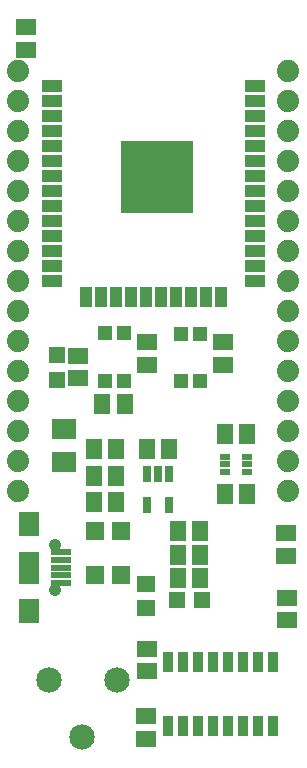
<source format=gts>
G75*
%MOIN*%
%OFA0B0*%
%FSLAX25Y25*%
%IPPOS*%
%LPD*%
%AMOC8*
5,1,8,0,0,1.08239X$1,22.5*
%
%ADD10R,0.05682X0.06706*%
%ADD11R,0.02965X0.05524*%
%ADD12R,0.05524X0.05524*%
%ADD13R,0.06706X0.05682*%
%ADD14R,0.06706X0.04343*%
%ADD15R,0.04343X0.06706*%
%ADD16R,0.24422X0.24422*%
%ADD17R,0.05918X0.05524*%
%ADD18R,0.04737X0.04737*%
%ADD19R,0.06312X0.06312*%
%ADD20C,0.07400*%
%ADD21R,0.03398X0.01981*%
%ADD22C,0.08477*%
%ADD23R,0.07887X0.07099*%
%ADD24R,0.06509X0.02375*%
%ADD25C,0.04146*%
%ADD26R,0.06693X0.07874*%
%ADD27R,0.06693X0.10630*%
%ADD28R,0.03300X0.06800*%
D10*
X0051230Y0092900D03*
X0051230Y0101400D03*
X0051230Y0110400D03*
X0058710Y0110400D03*
X0058710Y0101400D03*
X0058710Y0092900D03*
X0068955Y0110400D03*
X0076435Y0110400D03*
X0079255Y0083209D03*
X0079255Y0075192D03*
X0079255Y0067400D03*
X0086735Y0067400D03*
X0086735Y0075192D03*
X0086735Y0083209D03*
X0094855Y0095400D03*
X0102335Y0095400D03*
X0102335Y0115400D03*
X0094855Y0115400D03*
X0061585Y0125650D03*
X0054105Y0125650D03*
D11*
X0068955Y0102119D03*
X0072695Y0102119D03*
X0076435Y0102119D03*
X0076435Y0091881D03*
X0068955Y0091881D03*
D12*
X0078861Y0060275D03*
X0087129Y0060275D03*
X0038795Y0133616D03*
X0038795Y0141884D03*
D13*
X0045895Y0141540D03*
X0045895Y0134060D03*
X0069045Y0138660D03*
X0069045Y0146140D03*
X0094345Y0146140D03*
X0094345Y0138660D03*
X0115345Y0082390D03*
X0115345Y0074910D03*
X0115595Y0060890D03*
X0115595Y0053410D03*
X0068795Y0043890D03*
X0068795Y0036410D03*
X0068595Y0021390D03*
X0068595Y0013910D03*
X0028595Y0243660D03*
X0028595Y0251140D03*
D14*
X0037237Y0231585D03*
X0037237Y0226585D03*
X0037237Y0221585D03*
X0037237Y0216585D03*
X0037237Y0211585D03*
X0037237Y0206585D03*
X0037237Y0201585D03*
X0037237Y0196585D03*
X0037237Y0191585D03*
X0037237Y0186585D03*
X0037237Y0181585D03*
X0037237Y0176585D03*
X0037237Y0171585D03*
X0037237Y0166585D03*
X0104953Y0166585D03*
X0104953Y0171585D03*
X0104953Y0176585D03*
X0104953Y0181585D03*
X0104953Y0186585D03*
X0104953Y0191585D03*
X0104953Y0196585D03*
X0104953Y0201585D03*
X0104953Y0206585D03*
X0104953Y0211585D03*
X0104953Y0216585D03*
X0104953Y0221585D03*
X0104953Y0226585D03*
X0104953Y0231585D03*
D15*
X0093654Y0161113D03*
X0088654Y0161113D03*
X0083654Y0161113D03*
X0078654Y0161113D03*
X0073654Y0161113D03*
X0068654Y0161113D03*
X0063654Y0161113D03*
X0058654Y0161113D03*
X0053654Y0161113D03*
X0048654Y0161113D03*
D16*
X0072434Y0201270D03*
D17*
X0068520Y0065500D03*
X0068520Y0057500D03*
D18*
X0061195Y0133276D03*
X0054896Y0133276D03*
X0054896Y0149024D03*
X0061195Y0149024D03*
X0080196Y0148774D03*
X0086495Y0148774D03*
X0086495Y0133026D03*
X0080196Y0133026D03*
D19*
X0060445Y0083183D03*
X0060445Y0068617D03*
X0051570Y0068617D03*
X0051570Y0083183D03*
D20*
X0026095Y0096400D03*
X0026095Y0106400D03*
X0026095Y0116400D03*
X0026095Y0126400D03*
X0026095Y0136400D03*
X0026095Y0146400D03*
X0026095Y0156400D03*
X0026095Y0166400D03*
X0026095Y0176400D03*
X0026095Y0186400D03*
X0026095Y0196400D03*
X0026095Y0206400D03*
X0026095Y0216400D03*
X0026095Y0226400D03*
X0026095Y0236400D03*
X0116095Y0236400D03*
X0116095Y0226400D03*
X0116095Y0216400D03*
X0116095Y0206400D03*
X0116095Y0196400D03*
X0116095Y0186400D03*
X0116095Y0176400D03*
X0116095Y0166400D03*
X0116095Y0156400D03*
X0116095Y0146400D03*
X0116095Y0136400D03*
X0116095Y0126400D03*
X0116095Y0116400D03*
X0116095Y0106400D03*
X0116095Y0096400D03*
D21*
X0102217Y0102841D03*
X0102217Y0105400D03*
X0102217Y0107959D03*
X0094973Y0107959D03*
X0094973Y0105400D03*
X0094973Y0102841D03*
D22*
X0059032Y0033400D03*
X0047221Y0014502D03*
X0036198Y0033400D03*
D23*
X0041395Y0106288D03*
X0041395Y0117312D03*
D24*
X0040423Y0076018D03*
X0040423Y0073459D03*
X0040423Y0070900D03*
X0040423Y0068341D03*
X0040423Y0065782D03*
D25*
X0038357Y0063420D03*
X0038357Y0078380D03*
D26*
X0029695Y0056396D03*
X0029695Y0085404D03*
D27*
X0029695Y0070900D03*
D28*
X0076095Y0039510D03*
X0081095Y0039510D03*
X0086095Y0039510D03*
X0091095Y0039510D03*
X0096095Y0039510D03*
X0101095Y0039510D03*
X0106095Y0039510D03*
X0111095Y0039510D03*
X0111095Y0018290D03*
X0106095Y0018290D03*
X0101095Y0018290D03*
X0096095Y0018290D03*
X0091095Y0018290D03*
X0086095Y0018290D03*
X0081095Y0018290D03*
X0076095Y0018290D03*
M02*

</source>
